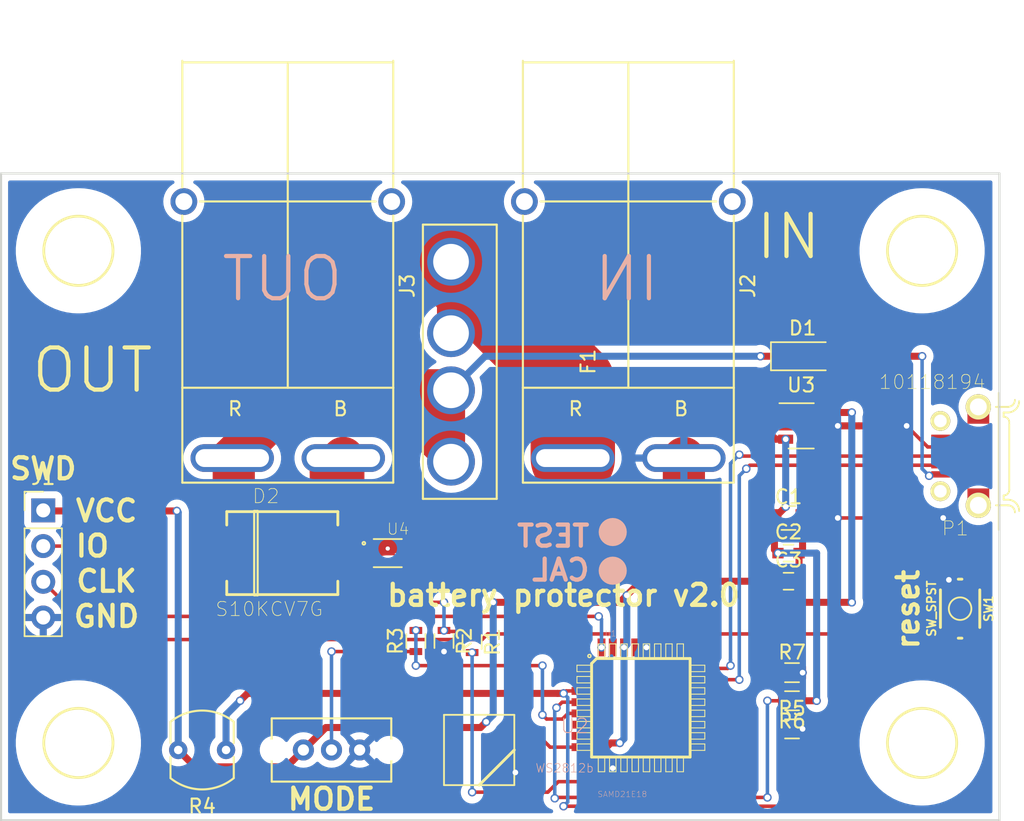
<source format=kicad_pcb>
(kicad_pcb (version 20221018) (generator pcbnew)
  (layers (0 "F.Cu" signal) (31 "B.Cu" signal) (34 "B.Paste" user) (35 "F.Paste" user) (36 "B.SilkS" user "B.Silkscreen") (37 "F.SilkS" user "F.Silkscreen") (38 "B.Mask" user) (39 "F.Mask" user) (44 "Edge.Cuts" user))
  (net 0 "")
  (net 1 "+BATT")
  (net 2 "GND")
  (net 3 "VCC")
  (net 4 "Net-(D1-Pad2)")
  (net 5 "GND_OUT")
  (net 6 "Net-(F1-Pad1)")
  (net 7 "ARM_SWDIO")
  (net 8 "ARM_SWCLK")
  (net 9 "USB_D-")
  (net 10 "USB_D+")
  (net 11 "Net-(P1-Pad5)")
  (net 12 "Net-(R1-Pad1)")
  (net 13 "VOUT_SIGNAL")
  (net 14 "Net-(R3-Pad1)")
  (net 15 "MODE_SW")
  (net 16 "PHOTO")
  (net 17 "VBATT_DIV")
  (net 18 "Net-(SW1-Pad2)")
  (net 19 "Net-(U1-Pad1)")
  (net 20 "Net-(U1-Pad2)")
  (net 21 "Net-(U1-Pad6)")
  (net 22 "Net-(U1-Pad7)")
  (net 23 "LED")
  (net 24 "Net-(U1-Pad12)")
  (net 25 "Net-(U1-Pad13)")
  (net 26 "Net-(U1-Pad14)")
  (net 27 "Net-(U1-Pad15)")
  (net 28 "Net-(U1-Pad16)")
  (net 29 "Net-(U1-Pad17)")
  (net 30 "Net-(U1-Pad18)")
  (net 31 "Net-(U1-Pad19)")
  (net 32 "Net-(U1-Pad20)")
  (net 33 "Net-(U1-Pad21)")
  (net 34 "Net-(U1-Pad22)")
  (net 35 "Net-(U1-Pad25)")
  (net 36 "Net-(U1-Pad27)")
  (net 37 "Net-(U1-Pad29)")
  (net 38 "Net-(U2-Pad2)")
  (net 39 "Net-(U3-Pad4)")
  (footprint "Capacitors_SMD:C_0805" (layer "F.Cu") (at 123 89.5)
    (fp_text reference "C1" (at 0 -1.5) (layer "F.SilkS"))
    (fp_text value "10uF")
    (pad "1" smd rect (at -1 0) (size 1 1.25) (layers "F.Cu" "F.Paste" "F.Mask") (net 1 "+BATT"))
    (pad "2" smd rect (at 1 0) (size 1 1.25) (layers "F.Cu" "F.Paste" "F.Mask") (net 2 "GND"))
  )
  (footprint "Capacitors_SMD:C_0603" (layer "F.Cu") (at 123 92)
    (fp_text reference "C2" (at 0 -1.5) (layer "F.SilkS"))
    (fp_text value "1uF")
    (pad "1" smd rect (at -0.75 0) (size 0.8 0.75) (layers "F.Cu" "F.Paste" "F.Mask") (net 1 "+BATT"))
    (pad "2" smd rect (at 0.75 0) (size 0.8 0.75) (layers "F.Cu" "F.Paste" "F.Mask") (net 2 "GND"))
  )
  (footprint "Capacitors_SMD:C_0603" (layer "F.Cu") (at 123 94)
    (fp_text reference "C3" (at 0 -1.5) (layer "F.SilkS"))
    (fp_text value "1uF")
    (pad "1" smd rect (at -0.75 0) (size 0.8 0.75) (layers "F.Cu" "F.Paste" "F.Mask") (net 3 "VCC"))
    (pad "2" smd rect (at 0.75 0) (size 0.8 0.75) (layers "F.Cu" "F.Paste" "F.Mask") (net 2 "GND"))
  )
  (footprint "Diodes_SMD:D_SOD-123" (layer "F.Cu") (at 124 78)
    (fp_text reference "D1" (at 0 -2) (layer "F.SilkS"))
    (fp_text value "BAT54GWJ")
    (pad "1" smd rect (at -1.65 0) (size 0.9 1.2) (layers "F.Cu" "F.Paste" "F.Mask") (net 1 "+BATT"))
    (pad "2" smd rect (at 1.65 0) (size 0.9 1.2) (layers "F.Cu" "F.Paste" "F.Mask") (net 4 "Net-(D1-Pad2)"))
  )
  (footprint "homebrew:DIODE-DO-214AB" (layer "F.Cu") (at 87 92)
    (fp_text reference "D2" (at -1.16397 -4.04886) (layer "F.SilkS") (effects (font (size 1.00344 1.00344) (thickness 0.05))))
    (fp_text value "S10KCV7G" (at -0.928783 3.98121) (layer "F.SilkS") (effects (font (size 1.00409 1.00409) (thickness 0.05))))
    (pad "1" smd rect (at -3.45 0) (size 2.25 3.2) (layers "F.Cu" "F.Paste" "F.Mask") (net 1 "+BATT"))
    (pad "2" smd rect (at 3.45 0) (size 2.25 3.2) (layers "F.Cu" "F.Paste" "F.Mask") (net 5 "GND_OUT"))
  )
  (footprint "homebrew:FUSEHOLDER_ATC_Bk-6010" (layer "F.Cu") (at 99 78.39 -90)
    (fp_text reference "F1" (at 0 -9.75 270) (layer "F.SilkS"))
    (fp_text value "BK-6010" hide)
    (pad "1" thru_hole circle (at -7.11 0 270) (size 3.4 3.4) (drill 2.54) (layers "*.Cu" "*.Mask") (net 6 "Net-(F1-Pad1)"))
    (pad "1" thru_hole circle (at -2.03 0 270) (size 3.4 3.4) (drill 2.54) (layers "*.Cu" "*.Mask") (net 6 "Net-(F1-Pad1)"))
    (pad "2" thru_hole circle (at 2.03 0 270) (size 3.4 3.4) (drill 2.54) (layers "*.Cu" "*.Mask") (net 1 "+BATT"))
    (pad "2" thru_hole circle (at 7.11 0 270) (size 3.4 3.4) (drill 2.54) (layers "*.Cu" "*.Mask") (net 1 "+BATT"))
  )
  (footprint "homebrew:HOLE_M4" (layer "F.Cu") (at 72.5 105.5)
    (fp_text reference "H1" hide)
    (fp_text value "HOLE" hide)
    (pad "" np_thru_hole circle (at 0 0) (size 4.5 4.5) (drill 4.5) (layers "*.Cu" "*.Mask") (clearance 2.2))
  )
  (footprint "homebrew:HOLE_M4" (layer "F.Cu") (at 72.5 70.5)
    (fp_text reference "H2" hide)
    (fp_text value "HOLE" hide)
    (pad "" np_thru_hole circle (at 0 0) (size 4.5 4.5) (drill 4.5) (layers "*.Cu" "*.Mask") (clearance 2.2))
  )
  (footprint "homebrew:HOLE_M4" (layer "F.Cu") (at 132.5 70.5)
    (fp_text reference "H3" hide)
    (fp_text value "HOLE" hide)
    (pad "" np_thru_hole circle (at 0 0) (size 4.5 4.5) (drill 4.5) (layers "*.Cu" "*.Mask") (clearance 2.2))
  )
  (footprint "homebrew:HOLE_M4" (layer "F.Cu") (at 132.5 105.5)
    (fp_text reference "H4" hide)
    (fp_text value "HOLE" hide)
    (pad "" np_thru_hole circle (at 0 0) (size 4.5 4.5) (drill 4.5) (layers "*.Cu" "*.Mask") (clearance 2.2))
  )
  (footprint "Pin_Headers:Pin_Header_Straight_1x04_Pitch2.54mm" (layer "F.Cu") (at 70 88.96)
    (fp_text reference "J1" (at 0 -2.33) (layer "F.SilkS"))
    (fp_text value "Conn_01x04" hide)
    (pad "1" thru_hole rect (at 0 0) (size 1.7 1.7) (drill 1) (layers "*.Cu" "*.Mask") (net 3 "VCC"))
    (pad "2" thru_hole oval (at 0 2.54) (size 1.7 1.7) (drill 1) (layers "*.Cu" "*.Mask") (net 7 "ARM_SWDIO"))
    (pad "3" thru_hole oval (at 0 5.08) (size 1.7 1.7) (drill 1) (layers "*.Cu" "*.Mask") (net 8 "ARM_SWCLK"))
    (pad "4" thru_hole oval (at 0 7.62) (size 1.7 1.7) (drill 1) (layers "*.Cu" "*.Mask") (net 2 "GND"))
  )
  (footprint "homebrew:Anderson_1337G3_right_angle_bottom_two" (layer "F.Cu") (at 111.61 85.24)
    (fp_text reference "J2" (at 8.5 -12.25 90) (layer "F.SilkS"))
    (fp_text value "Anderson_two_redblack" hide)
    (fp_text user "B" (at 3.75 -3.5) (layer "F.SilkS"))
    (fp_text user "R" (at -3.75 -3.5) (layer "F.SilkS"))
    (pad "" thru_hole circle (at -7.39 -18.24) (size 1.9 1.9) (drill 1.2) (layers "*.Cu" "*.Mask"))
    (pad "" thru_hole circle (at 7.39 -18.24) (size 1.9 1.9) (drill 1.2) (layers "*.Cu" "*.Mask"))
    (pad "1" thru_hole oval (at -3.95 0) (size 5.93 1.97) (drill oval 5.23 1.27) (layers "*.Cu" "*.Mask") (net 6 "Net-(F1-Pad1)"))
    (pad "2" thru_hole oval (at 3.95 0) (size 5.93 1.97) (drill oval 5.23 1.27) (layers "*.Cu" "*.Mask") (net 2 "GND"))
  )
  (footprint "homebrew:Anderson_1337G3_right_angle_bottom_two" (layer "F.Cu") (at 87.39 85.24)
    (fp_text reference "J3" (at 8.5 -12.25 90) (layer "F.SilkS"))
    (fp_text value "Anderson_two_redblack" hide)
    (fp_text user "R" (at -3.75 -3.5) (layer "F.SilkS"))
    (fp_text user "B" (at 3.75 -3.5) (layer "F.SilkS"))
    (pad "" thru_hole circle (at -7.39 -18.24) (size 1.9 1.9) (drill 1.2) (layers "*.Cu" "*.Mask"))
    (pad "" thru_hole circle (at 7.39 -18.24) (size 1.9 1.9) (drill 1.2) (layers "*.Cu" "*.Mask"))
    (pad "1" thru_hole oval (at -3.95 0) (size 5.93 1.97) (drill oval 5.23 1.27) (layers "*.Cu" "*.Mask") (net 1 "+BATT"))
    (pad "2" thru_hole oval (at 3.95 0) (size 5.93 1.97) (drill oval 5.23 1.27) (layers "*.Cu" "*.Mask") (net 5 "GND_OUT"))
  )
  (footprint "10118194-0001LF:FRAMATOME_10118194-0001LF" (layer "F.Cu") (at 136.5 85.1 90)
    (fp_text reference "P1" (at -5.14371 -1.64279 180) (layer "F.SilkS") (effects (font (size 1.0017 1.0017) (thickness 0.05))))
    (fp_text value "10118194" (at 5.26804 -3.27689 180) (layer "F.SilkS") (effects (font (size 1.00058 1.00058) (thickness 0.05))))
    (pad "1" smd rect (at -1.3 -2.675 270) (size 0.45 1.35) (layers "F.Cu" "F.Paste" "F.Mask") (net 4 "Net-(D1-Pad2)"))
    (pad "2" smd rect (at -0.65 -2.675 270) (size 0.45 1.35) (layers "F.Cu" "F.Paste" "F.Mask") (net 9 "USB_D-"))
    (pad "3" smd rect (at 0 -2.675 270) (size 0.45 1.35) (layers "F.Cu" "F.Paste" "F.Mask") (net 10 "USB_D+"))
    (pad "4" smd rect (at 0.65 -2.675 270) (size 0.45 1.35) (layers "F.Cu" "F.Paste" "F.Mask") (net 2 "GND"))
    (pad "5" smd rect (at 1.3 -2.675 270) (size 0.45 1.35) (layers "F.Cu" "F.Paste" "F.Mask") (net 11 "Net-(P1-Pad5)"))
    (pad "P$6" thru_hole circle (at -2.5 -2.7 90) (size 1.408 1.408) (drill 0.9) (layers "*.Cu" "*.Mask" "F.SilkS"))
    (pad "P$7" thru_hole circle (at 2.5 -2.7 90) (size 1.408 1.408) (drill 0.9) (layers "*.Cu" "*.Mask" "F.SilkS"))
    (pad "P$8" thru_hole circle (at -3.5 0 90) (size 1.8 1.8) (drill 1.2) (layers "*.Cu" "*.Mask" "F.SilkS"))
    (pad "P$9" thru_hole circle (at 3.5 0 90) (size 1.8 1.8) (drill 1.2) (layers "*.Cu" "*.Mask" "F.SilkS"))
    (pad "P$10" smd rect (at -1 0 90) (size 1.5 1.55) (layers "F.Cu" "F.Paste" "F.Mask"))
    (pad "P$11" smd rect (at 1 0 90) (size 1.5 1.55) (layers "F.Cu" "F.Paste" "F.Mask"))
    (pad "P$12" smd rect (at -3.05 0 90) (size 1.5 1.55) (layers "F.Cu" "F.Paste" "F.Mask"))
    (pad "P$13" smd rect (at 3.05 0 90) (size 1.5 1.55) (layers "F.Cu" "F.Paste" "F.Mask"))
  )
  (footprint "Resistors_SMD:R_0603" (layer "F.Cu") (at 100.5 98.321429 -90)
    (fp_text reference "R1" (at 0 -1.45 270) (layer "F.SilkS"))
    (fp_text value "470")
    (pad "1" smd rect (at -0.75 0 270) (size 0.5 0.9) (layers "F.Cu" "F.Paste" "F.Mask") (net 12 "Net-(R1-Pad1)"))
    (pad "2" smd rect (at 0.75 0 270) (size 0.5 0.9) (layers "F.Cu" "F.Paste" "F.Mask") (net 13 "VOUT_SIGNAL"))
  )
  (footprint "Resistors_SMD:R_0603" (layer "F.Cu") (at 98.5 98.25 -90)
    (fp_text reference "R2" (at 0 -1.45 270) (layer "F.SilkS"))
    (fp_text value "10k")
    (pad "1" smd rect (at -0.75 0 270) (size 0.5 0.9) (layers "F.Cu" "F.Paste" "F.Mask") (net 12 "Net-(R1-Pad1)"))
    (pad "2" smd rect (at 0.75 0 270) (size 0.5 0.9) (layers "F.Cu" "F.Paste" "F.Mask") (net 2 "GND"))
  )
  (footprint "Resistors_SMD:R_0603" (layer "F.Cu") (at 96.5 98.25 90)
    (fp_text reference "R3" (at 0 -1.45 90) (layer "F.SilkS"))
    (fp_text value "10k")
    (pad "1" smd rect (at -0.75 0 90) (size 0.5 0.9) (layers "F.Cu" "F.Paste" "F.Mask") (net 14 "Net-(R3-Pad1)"))
    (pad "2" smd rect (at 0.75 0 90) (size 0.5 0.9) (layers "F.Cu" "F.Paste" "F.Mask") (net 15 "MODE_SW"))
  )
  (footprint "homebrew:R_PHOTO" (layer "F.Cu") (at 81.3 106)
    (fp_text reference "R4" (at 0 4) (layer "F.SilkS"))
    (fp_text value "R_PHOTO")
    (pad "1" thru_hole circle (at -1.7 0) (size 1.3 1.3) (drill 0.6) (layers "*.Cu" "*.Mask") (net 3 "VCC"))
    (pad "2" thru_hole circle (at 1.7 0) (size 1.3 1.3) (drill 0.6) (layers "*.Cu" "*.Mask") (net 16 "PHOTO"))
  )
  (footprint "Resistors_SMD:R_0603" (layer "F.Cu") (at 123.25 104.5)
    (fp_text reference "R5" (at 0 -1.45) (layer "F.SilkS"))
    (fp_text value "16k")
    (pad "1" smd rect (at -0.75 0) (size 0.5 0.9) (layers "F.Cu" "F.Paste" "F.Mask") (net 16 "PHOTO"))
    (pad "2" smd rect (at 0.75 0) (size 0.5 0.9) (layers "F.Cu" "F.Paste" "F.Mask") (net 2 "GND"))
  )
  (footprint "Resistors_SMD:R_0603" (layer "F.Cu") (at 123.25 102.5 180)
    (fp_text reference "R6" (at 0 -1.45 180) (layer "F.SilkS"))
    (fp_text value "33k")
    (pad "1" smd rect (at -0.75 0 180) (size 0.5 0.9) (layers "F.Cu" "F.Paste" "F.Mask") (net 1 "+BATT"))
    (pad "2" smd rect (at 0.75 0 180) (size 0.5 0.9) (layers "F.Cu" "F.Paste" "F.Mask") (net 17 "VBATT_DIV"))
  )
  (footprint "Resistors_SMD:R_0603" (layer "F.Cu") (at 123.25 100.5)
    (fp_text reference "R7" (at 0 -1.45) (layer "F.SilkS"))
    (fp_text value "10k")
    (pad "1" smd rect (at -0.75 0) (size 0.5 0.9) (layers "F.Cu" "F.Paste" "F.Mask") (net 17 "VBATT_DIV"))
    (pad "2" smd rect (at 0.75 0) (size 0.5 0.9) (layers "F.Cu" "F.Paste" "F.Mask") (net 2 "GND"))
  )
  (footprint "Sparkfun-Switches:TACTILE_SWITCH_SMD_4.6X2.8MM" (layer "F.Cu") (at 135.20244 95.95022 -90)
    (fp_text reference "SW1" (at 0 -2.032 270) (layer "F.SilkS") (effects (font (size 0.6096 0.6096) (thickness 0.127))))
    (fp_text value "SW_SPST" (at 0 2.032 270) (layer "F.SilkS") (effects (font (size 0.6096 0.6096) (thickness 0.127))))
    (pad "1" smd rect (at -2.04978 0.79756 270) (size 0.89916 0.99822) (layers "F.Cu" "F.Paste" "F.Mask") (net 2 "GND"))
    (pad "2" smd rect (at 2.04978 0.79756 270) (size 0.89916 0.99822) (layers "F.Cu" "F.Paste" "F.Mask") (net 18 "Net-(SW1-Pad2)"))
    (pad "3" smd rect (at 2.04978 -0.79756 270) (size 0.89916 0.99822) (layers "F.Cu" "F.Paste" "F.Mask"))
    (pad "4" smd rect (at -2.04978 -0.79756 270) (size 0.89916 0.99822) (layers "F.Cu" "F.Paste" "F.Mask"))
  )
  (footprint "homebrew:SW_2POS_OS102011MS2QN1" (layer "F.Cu") (at 90.5 106)
    (fp_text reference "SW2" hide)
    (fp_text value "OS102011MS2QN1" hide)
    (pad "" np_thru_hole circle (at -4.1 0) (size 1.5 1.5) (drill 1.5) (layers "*.Cu" "*.Mask"))
    (pad "" np_thru_hole circle (at 4.1 0) (size 1.5 1.5) (drill 1.5) (layers "*.Cu" "*.Mask"))
    (pad "1" thru_hole circle (at -2 0) (size 1.5 1.5) (drill 0.8) (layers "*.Cu" "*.Mask") (net 3 "VCC"))
    (pad "2" thru_hole circle (at 0 0) (size 1.5 1.5) (drill 0.8) (layers "*.Cu" "*.Mask") (net 14 "Net-(R3-Pad1)"))
    (pad "3" thru_hole circle (at 2 0) (size 1.5 1.5) (drill 0.8) (layers "*.Cu" "*.Mask") (net 2 "GND"))
  )
  (footprint "homebrew:TQFP32-08" (layer "F.Cu") (at 112.5 103)
    (fp_text reference "U1" (at -2.159 -5.2832) (layer "B.SilkS") (effects (font (size 0.4064 0.4064) (thickness 0.0254))))
    (fp_text value "SAMD21E18" (at -1.3208 6.1468) (layer "B.SilkS") (effects (font (size 0.4064 0.4064) (thickness 0.0254))))
    (pad "1" smd rect (at -4.2926 -2.79908) (size 1.27 0.5588) (layers "F.Cu" "F.Paste" "F.Mask") (net 19 "Net-(U1-Pad1)"))
    (pad "2" smd rect (at -4.2926 -1.99898) (size 1.27 0.5588) (layers "F.Cu" "F.Paste" "F.Mask") (net 20 "Net-(U1-Pad2)"))
    (pad "3" smd rect (at -4.2926 -1.19888) (size 1.27 0.5588) (layers "F.Cu" "F.Paste" "F.Mask") (net 16 "PHOTO"))
    (pad "4" smd rect (at -4.2926 -0.39878) (size 1.27 0.5588) (layers "F.Cu" "F.Paste" "F.Mask") (net 17 "VBATT_DIV"))
    (pad "5" smd rect (at -4.2926 0.39878) (size 1.27 0.5588) (layers "F.Cu" "F.Paste" "F.Mask") (net 15 "MODE_SW"))
    (pad "6" smd rect (at -4.2926 1.19888) (size 1.27 0.5588) (layers "F.Cu" "F.Paste" "F.Mask") (net 21 "Net-(U1-Pad6)"))
    (pad "7" smd rect (at -4.2926 1.99898) (size 1.27 0.5588) (layers "F.Cu" "F.Paste" "F.Mask") (net 22 "Net-(U1-Pad7)"))
    (pad "8" smd rect (at -4.2926 2.79908) (size 1.27 0.5588) (layers "F.Cu" "F.Paste" "F.Mask") (net 23 "LED"))
    (pad "9" smd rect (at -2.79908 4.2926) (size 0.5588 1.27) (layers "F.Cu" "F.Paste" "F.Mask") (net 3 "VCC"))
    (pad "10" smd rect (at -1.99898 4.2926) (size 0.5588 1.27) (layers "F.Cu" "F.Paste" "F.Mask") (net 2 "GND"))
    (pad "11" smd rect (at -1.19888 4.2926) (size 0.5588 1.27) (layers "F.Cu" "F.Paste" "F.Mask") (net 13 "VOUT_SIGNAL"))
    (pad "12" smd rect (at -0.39878 4.2926) (size 0.5588 1.27) (layers "F.Cu" "F.Paste" "F.Mask") (net 24 "Net-(U1-Pad12)"))
    (pad "13" smd rect (at 0.39878 4.2926) (size 0.5588 1.27) (layers "F.Cu" "F.Paste" "F.Mask") (net 25 "Net-(U1-Pad13)"))
    (pad "14" smd rect (at 1.19888 4.2926) (size 0.5588 1.27) (layers "F.Cu" "F.Paste" "F.Mask") (net 26 "Net-(U1-Pad14)"))
    (pad "15" smd rect (at 1.99898 4.2926) (size 0.5588 1.27) (layers "F.Cu" "F.Paste" "F.Mask") (net 27 "Net-(U1-Pad15)"))
    (pad "16" smd rect (at 2.79908 4.2926) (size 0.5588 1.27) (layers "F.Cu" "F.Paste" "F.Mask") (net 28 "Net-(U1-Pad16)"))
    (pad "17" smd rect (at 4.2926 2.79908) (size 1.27 0.5588) (layers "F.Cu" "F.Paste" "F.Mask") (net 29 "Net-(U1-Pad17)"))
    (pad "18" smd rect (at 4.2926 1.99898) (size 1.27 0.5588) (layers "F.Cu" "F.Paste" "F.Mask") (net 30 "Net-(U1-Pad18)"))
    (pad "19" smd rect (at 4.2926 1.19888) (size 1.27 0.5588) (layers "F.Cu" "F.Paste" "F.Mask") (net 31 "Net-(U1-Pad19)"))
    (pad "20" smd rect (at 4.2926 0.39878) (size 1.27 0.5588) (layers "F.Cu" "F.Paste" "F.Mask") (net 32 "Net-(U1-Pad20)"))
    (pad "21" smd rect (at 4.2926 -0.39878) (size 1.27 0.5588) (layers "F.Cu" "F.Paste" "F.Mask") (net 33 "Net-(U1-Pad21)"))
    (pad "22" smd rect (at 4.2926 -1.19888) (size 1.27 0.5588) (layers "F.Cu" "F.Paste" "F.Mask") (net 34 "Net-(U1-Pad22)"))
    (pad "23" smd rect (at 4.2926 -1.99898) (size 1.27 0.5588) (layers "F.Cu" "F.Paste" "F.Mask") (net 9 "USB_D-"))
    (pad "24" smd rect (at 4.2926 -2.79908) (size 1.27 0.5588) (layers "F.Cu" "F.Paste" "F.Mask") (net 10 "USB_D+"))
    (pad "25" smd rect (at 2.79908 -4.2926) (size 0.5588 1.27) (layers "F.Cu" "F.Paste" "F.Mask") (net 35 "Net-(U1-Pad25)"))
    (pad "26" smd rect (at 1.99898 -4.2926) (size 0.5588 1.27) (layers "F.Cu" "F.Paste" "F.Mask") (net 18 "Net-(SW1-Pad2)"))
    (pad "27" smd rect (at 1.19888 -4.2926) (size 0.5588 1.27) (layers "F.Cu" "F.Paste" "F.Mask") (net 36 "Net-(U1-Pad27)"))
    (pad "28" smd rect (at 0.39878 -4.2926) (size 0.5588 1.27) (layers "F.Cu" "F.Paste" "F.Mask") (net 2 "GND"))
    (pad "29" smd rect (at -0.39878 -4.2926) (size 0.5588 1.27) (layers "F.Cu" "F.Paste" "F.Mask") (net 37 "Net-(U1-Pad29)"))
    (pad "30" smd rect (at -1.19888 -4.2926) (size 0.5588 1.27) (layers "F.Cu" "F.Paste" "F.Mask") (net 3 "VCC"))
    (pad "31" smd rect (at -1.99898 -4.2926) (size 0.5588 1.27) (layers "F.Cu" "F.Paste" "F.Mask") (net 8 "ARM_SWCLK"))
    (pad "32" smd rect (at -2.79908 -4.2926) (size 0.5588 1.27) (layers "F.Cu" "F.Paste" "F.Mask") (net 7 "ARM_SWDIO"))
  )
  (footprint "homebrew:WS2812B" (layer "F.Cu") (at 101 106)
    (fp_text reference "U2" (at 6.79196 -1.70688) (layer "B.SilkS") (effects (font (size 1.016 1.016) (thickness 0.0762))))
    (fp_text value "WS2812b" (at 6.08076 1.29286) (layer "B.SilkS") (effects (font (size 0.6096 0.6096) (thickness 0.0508))))
    (pad "1" smd rect (at -2.57556 -1.59766) (size 1.651 0.99822) (layers "F.Cu" "F.Paste" "F.Mask") (net 3 "VCC"))
    (pad "2" smd rect (at -2.57556 1.59766) (size 1.651 0.99822) (layers "F.Cu" "F.Paste" "F.Mask") (net 38 "Net-(U2-Pad2)"))
    (pad "3" smd rect (at 2.57556 1.59766) (size 1.651 0.99822) (layers "F.Cu" "F.Paste" "F.Mask") (net 2 "GND"))
    (pad "4" smd rect (at 2.57556 -1.59766) (size 1.651 0.99822) (layers "F.Cu" "F.Paste" "F.Mask") (net 23 "LED"))
  )
  (footprint "TO_SOT_Packages_SMD:SOT-23-5" (layer "F.Cu") (at 123.9 82.95)
    (fp_text reference "U3" (at 0 -2.9) (layer "F.SilkS"))
    (fp_text value "MIC5203")
    (pad "1" smd rect (at -1.1 -0.95) (size 1.06 0.65) (layers "F.Cu" "F.Paste" "F.Mask") (net 1 "+BATT"))
    (pad "2" smd rect (at -1.1 0) (size 1.06 0.65) (layers "F.Cu" "F.Paste" "F.Mask") (net 2 "GND"))
    (pad "3" smd rect (at -1.1 0.95) (size 1.06 0.65) (layers "F.Cu" "F.Paste" "F.Mask") (net 1 "+BATT"))
    (pad "4" smd rect (at 1.1 0.95) (size 1.06 0.65) (layers "F.Cu" "F.Paste" "F.Mask") (net 39 "Net-(U3-Pad4)"))
    (pad "5" smd rect (at 1.1 -0.95) (size 1.06 0.65) (layers "F.Cu" "F.Paste" "F.Mask") (net 3 "VCC"))
  )
  (footprint "homebrew:TRANS_CSD17318Q2T" (layer "F.Cu") (at 94.5 92)
    (fp_text reference "U4" (at 0.733794 -1.71218) (layer "F.SilkS") (effects (font (size 0.801956 0.801956) (thickness 0.05))))
    (fp_text value "MOSFET_CSD17318Q2" hide)
    (pad "1" smd rect (at 0.095 0.65) (size 0.75 0.3) (layers "F.Cu" "F.Paste" "F.Mask") (net 2 "GND"))
    (pad "1" smd rect (at 0.975 0.65 180) (size 0.45 0.3) (layers "F.Cu" "F.Paste" "F.Mask") (net 2 "GND"))
    (pad "2" smd rect (at -0.975 0.65) (size 0.45 0.3) (layers "F.Cu" "F.Paste" "F.Mask") (net 12 "Net-(R1-Pad1)"))
    (pad "3" smd rect (at -0.975 -0.65) (size 0.45 0.3) (layers "F.Cu" "F.Paste" "F.Mask") (net 5 "GND_OUT"))
    (pad "3" smd rect (at -0.975 0) (size 0.45 0.3) (layers "F.Cu" "F.Paste" "F.Mask") (net 5 "GND_OUT"))
    (pad "3" thru_hole circle (at 0 -0.325) (size 0.3 0.3) (drill 0.3) (layers "*.Cu") (net 5 "GND_OUT"))
    (pad "3" smd rect (at 0 -0.325) (size 1 0.95) (layers "F.Cu" "F.Paste" "F.Mask") (net 5 "GND_OUT"))
    (pad "3" smd rect (at 0 -0.325) (size 1 0.95) (layers "F.Cu" "F.Paste" "F.Mask") (net 5 "GND_OUT"))
    (pad "3" smd rect (at 0.975 -0.65 180) (size 0.45 0.3) (layers "F.Cu" "F.Paste" "F.Mask") (net 5 "GND_OUT"))
    (pad "3" smd rect (at 0.975 0 180) (size 0.45 0.3) (layers "F.Cu" "F.Paste" "F.Mask") (net 5 "GND_OUT"))
  )
  (gr_circle (center 110.5 93.25) (end 111 93.25) (stroke (width 1)) (fill none) (layer "B.SilkS"))
  (gr_circle (center 110.5 90.5) (end 111 90.5) (stroke (width 1)) (fill none) (layer "B.SilkS"))
  (gr_line (start 67 65) (end 67 111) (stroke (width 0.15)) (layer "Edge.Cuts"))
  (gr_line (start 138 111) (end 67 111) (stroke (width 0.15)) (layer "Edge.Cuts"))
  (gr_line (start 138 65) (end 138 111) (stroke (width 0.15)) (layer "Edge.Cuts"))
  (gr_line (start 67 65) (end 138 65) (stroke (width 0.15)) (layer "Edge.Cuts"))
  (gr_text "OUT" (at 87 72.5) (layer "B.SilkS") (effects (font (size 3 3) (thickness 0.3)) (justify mirror)))
  (gr_text "TEST\nCAL" (at 109 92) (layer "B.SilkS") (effects (font (size 1.5 1.5) (thickness 0.3)) (justify left mirror)))
  (gr_text "IN" (at 111.5 72.5) (layer "B.SilkS") (effects (font (size 3 3) (thickness 0.3)) (justify mirror)))
  (gr_text "GND" (at 74.5 96.5) (layer "F.SilkS") (effects (font (size 1.5 1.5) (thickness 0.3))))
  (gr_text "battery protector v2.0" (at 107 95) (layer "F.SilkS") (effects (font (size 1.5 1.5) (thickness 0.3))))
  (gr_text "VCC" (at 74.5 89) (layer "F.SilkS") (effects (font (size 1.5 1.5) (thickness 0.3))))
  (gr_text "SWD" (at 70 86) (layer "F.SilkS") (effects (font (size 1.5 1.5) (thickness 0.3))))
  (gr_text "reset" (at 131.5 96 90) (layer "F.SilkS") (effects (font (size 1.5 1.5) (thickness 0.3))))
  (gr_text "IN" (at 123 69.5) (layer "F.SilkS") (effects (font (size 3 3) (thickness 0.3))))
  (gr_text "CLK" (at 74.5 94) (layer "F.SilkS") (effects (font (size 1.5 1.5) (thickness 0.3))))
  (gr_text "IO" (at 73.5 91.5) (layer "F.SilkS") (effects (font (size 1.5 1.5) (thickness 0.3))))
  (gr_text "OUT" (at 73.5 79) (layer "F.SilkS") (effects (font (size 3 3) (thickness 0.3))))
  (gr_text "MODE" (at 90.5 109.5) (layer "F.SilkS") (effects (font (size 1.5 1.5) (thickness 0.3))))
  (segment (start 122.8 88.7) (end 122 89.5) (width 0.5) (layer "F.Cu") (net 1))
  (segment (start 122.8 83.9) (end 122.084998 83.9) (width 0.5) (layer "F.Cu") (net 1))
  (segment (start 125 102.5) (end 124 102.5) (width 0.5) (layer "F.Cu") (net 1))
  (segment (start 122.35 78) (end 122.35 81.55) (width 0.5) (layer "F.Cu") (net 1))
  (segment (start 93.92 80.42) (end 92.5 80.42) (width 2) (layer "F.Cu") (net 1))
  (segment (start 122.35 78) (end 121 78) (width 0.5) (layer "F.Cu") (net 1))
  (segment (start 99 85.5) (end 99 80.42) (width 2) (layer "F.Cu") (net 1))
  (segment (start 121.819999 82.264999) (end 122.084998 82) (width 0.5) (layer "F.Cu") (net 1))
  (segment (start 122 89.5) (end 122 91.75) (width 0.5) (layer "F.Cu") (net 1))
  (segment (start 83.55 85.35) (end 83.44 85.24) (width 3) (layer "F.Cu") (net 1))
  (segment (start 97.300001 83.800001) (end 97.300001 81.220001) (width 2) (layer "F.Cu") (net 1))
  (segment (start 122 91.75) (end 122.25 92) (width 0.5) (layer "F.Cu") (net 1))
  (segment (start 99 85.5) (end 97.300001 83.800001) (width 2) (layer "F.Cu") (net 1))
  (segment (start 88.26 80.42) (end 83.44 85.24) (width 3) (layer "F.Cu") (net 1))
  (segment (start 122.084998 83.9) (end 121.819999 83.635001) (width 0.5) (layer "F.Cu") (net 1))
  (segment (start 96.5 80.42) (end 92.5 80.42) (width 3) (layer "F.Cu") (net 1))
  (segment (start 99 80.42) (end 96.5 80.42) (width 3) (layer "F.Cu") (net 1))
  (segment (start 83.55 92) (end 83.55 85.35) (width 3) (layer "F.Cu") (net 1))
  (segment (start 122.35 81.55) (end 122.8 82) (width 0.5) (layer "F.Cu") (net 1))
  (segment (start 92.5 80.42) (end 88.26 80.42) (width 3) (layer "F.Cu") (net 1))
  (segment (start 122.084998 82) (end 122.8 82) (width 0.5) (layer "F.Cu") (net 1))
  (segment (start 121.819999 83.635001) (end 121.819999 82.264999) (width 0.5) (layer "F.Cu") (net 1))
  (segment (start 97.300001 81.220001) (end 96.5 80.42) (width 2) (layer "F.Cu") (net 1))
  (segment (start 99 85.5) (end 93.92 80.42) (width 2) (layer "F.Cu") (net 1))
  (via (at 121 78) (size 0.6) (drill 0.4) (layers "F.Cu" "B.Cu") (net 1))
  (via (at 122.25 92) (size 0.6) (drill 0.4) (layers "F.Cu" "B.Cu") (net 1))
  (via (at 125 102.5) (size 0.6) (drill 0.4) (layers "F.Cu" "B.Cu") (net 1))
  (via (at 122.8 88.7) (size 0.6) (drill 0.4) (layers "F.Cu" "B.Cu") (net 1))
  (via (at 122.8 83.9) (size 0.6) (drill 0.4) (layers "F.Cu" "B.Cu") (net 1))
  (segment (start 125 92) (end 125 102.5) (width 0.5) (layer "B.Cu") (net 1))
  (segment (start 122.8 83.9) (end 122.8 88.7) (width 0.5) (layer "B.Cu") (net 1))
  (segment (start 121 78) (end 101.42 78) (width 0.5) (layer "B.Cu") (net 1))
  (segment (start 122.25 92) (end 125 92) (width 0.5) (layer "B.Cu") (net 1))
  (segment (start 101.42 78) (end 99 80.42) (width 0.5) (layer "B.Cu") (net 1))
  (segment (start 131.4 82.95) (end 128 82.95) (width 0.5) (layer "F.Cu") (net 2))
  (segment (start 115.56 85.24) (end 115.56 88.182268) (width 3) (layer "F.Cu") (net 2))
  (segment (start 126.5 89.5) (end 134 89.5) (width 0.25) (layer "F.Cu") (net 2))
  (segment (start 123.75 92) (end 123.75 94) (width 0.5) (layer "F.Cu") (net 2))
  (segment (start 126.5 89.5) (end 124 89.5) (width 0.5) (layer "F.Cu") (net 2))
  (segment (start 111.242268 92.5) (end 98 92.5) (width 3) (layer "F.Cu") (net 2))
  (segment (start 115.56 88.182268) (end 111.242268 92.5) (width 3) (layer "F.Cu") (net 2))
  (segment (start 96.8 93.5) (end 97 93.5) (width 0.25) (layer "F.Cu") (net 2))
  (segment (start 128 82.95) (end 126.5 82.95) (width 0.5) (layer "F.Cu") (net 2))
  (segment (start 95.5 93) (end 96.5 93) (width 0.5) (layer "F.Cu") (net 2))
  (segment (start 98 92.5) (end 97 93.5) (width 2) (layer "F.Cu") (net 2))
  (segment (start 95.65 92.65) (end 96 93) (width 0.5) (layer "F.Cu") (net 2))
  (segment (start 133.825 84.45) (end 132.9 84.45) (width 0.25) (layer "F.Cu") (net 2))
  (segment (start 95.475 92.65) (end 95.95 92.65) (width 0.25) (layer "F.Cu") (net 2))
  (segment (start 97.85 92.65) (end 98 92.5) (width 0.5) (layer "F.Cu") (net 2))
  (segment (start 124 89.5) (end 124 91.75) (width 0.5) (layer "F.Cu") (net 2))
  (segment (start 126.5 82.95) (end 123.58 82.95) (width 0.5) (layer "F.Cu") (net 2))
  (segment (start 132.9 84.45) (end 131.4 82.95) (width 0.25) (layer "F.Cu") (net 2))
  (segment (start 96 93) (end 95.5 93) (width 0.5) (layer "F.Cu") (net 2))
  (segment (start 124 91.75) (end 123.75 92) (width 0.5) (layer "F.Cu") (net 2))
  (segment (start 95.95 92.65) (end 96.8 93.5) (width 0.25) (layer "F.Cu") (net 2))
  (segment (start 97 93.5) (end 95 93.5) (width 2) (layer "F.Cu") (net 2))
  (segment (start 123.58 82.95) (end 122.8 82.95) (width 0.5) (layer "F.Cu") (net 2))
  (segment (start 94.595 92.65) (end 97.85 92.65) (width 0.5) (layer "F.Cu") (net 2))
  (segment (start 95.475 92.65) (end 95.65 92.65) (width 0.5) (layer "F.Cu") (net 2))
  (via (at 124 104.5) (size 0.6) (drill 0.4) (layers "F.Cu" "B.Cu") (net 2))
  (via (at 134 89.5) (size 0.6) (drill 0.4) (layers "F.Cu" "B.Cu") (net 2))
  (via (at 112.89878 98.7074) (size 0.6) (drill 0.4) (layers "F.Cu" "B.Cu") (net 2))
  (via (at 124 100.5) (size 0.6) (drill 0.4) (layers "F.Cu" "B.Cu") (net 2))
  (via (at 131.4 82.95) (size 0.6) (drill 0.4) (layers "F.Cu" "B.Cu") (net 2))
  (via (at 103.57556 107.59766) (size 0.6) (drill 0.4) (layers "F.Cu" "B.Cu") (net 2))
  (via (at 110.50102 107.2926) (size 0.6) (drill 0.4) (layers "F.Cu" "B.Cu") (net 2))
  (via (at 126.5 89.5) (size 0.6) (drill 0.4) (layers "F.Cu" "B.Cu") (net 2))
  (via (at 134.40488 93.90044) (size 0.6) (drill 0.4) (layers "F.Cu" "B.Cu") (net 2))
  (via (at 98.5 99) (size 0.6) (drill 0.4) (layers "F.Cu" "B.Cu") (net 2))
  (via (at 126.5 82.95) (size 0.6) (drill 0.4) (layers "F.Cu" "B.Cu") (net 2))
  (segment (start 126.5 82.95) (end 126.5 89.5) (width 0.5) (layer "B.Cu") (net 2))
  (segment (start 134 93.49556) (end 134.40488 93.90044) (width 0.25) (layer "B.Cu") (net 2))
  (segment (start 134 89.5) (end 134 93.49556) (width 0.25) (layer "B.Cu") (net 2))
  (segment (start 111 105.5) (end 110.35852 105.5) (width 0.5) (layer "F.Cu") (net 3))
  (segment (start 87.750001 106.749999) (end 88.5 106) (width 0.5) (layer "F.Cu") (net 3))
  (segment (start 80.800001 107.200001) (end 87.299999 107.200001) (width 0.5) (layer "F.Cu") (net 3))
  (segment (start 109.70092 106.1576) (end 109.70092 107.2926) (width 0.5) (layer "F.Cu") (net 3))
  (segment (start 102 95.5) (end 111 95.5) (width 0.5) (layer "F.Cu") (net 3))
  (segment (start 111 95.5) (end 111.5 95) (width 0.5) (layer "F.Cu") (net 3))
  (segment (start 112.5 94) (end 111.5 95) (width 0.5) (layer "F.Cu") (net 3))
  (segment (start 79.6 106) (end 80.800001 107.200001) (width 0.5) (layer "F.Cu") (net 3))
  (segment (start 87.299999 107.200001) (end 87.750001 106.749999) (width 0.5) (layer "F.Cu") (net 3))
  (segment (start 88.5 106) (end 90.09766 104.40234) (width 0.5) (layer "F.Cu") (net 3))
  (segment (start 122.25 94) (end 112.5 94) (width 0.5) (layer "F.Cu") (net 3))
  (segment (start 70.04 89) (end 70 88.96) (width 0.5) (layer "F.Cu") (net 3))
  (segment (start 110.35852 105.5) (end 109.70092 106.1576) (width 0.5) (layer "F.Cu") (net 3))
  (segment (start 90.09766 104.40234) (end 98.42444 104.40234) (width 0.5) (layer "F.Cu") (net 3))
  (segment (start 125 82) (end 127.5 82) (width 0.5) (layer "F.Cu") (net 3))
  (segment (start 122.25 94.875) (end 122.25 94) (width 0.5) (layer "F.Cu") (net 3))
  (segment (start 127.5 95.5) (end 122.875 95.5) (width 0.5) (layer "F.Cu") (net 3))
  (segment (start 79.5 89) (end 70.04 89) (width 0.5) (layer "F.Cu") (net 3))
  (segment (start 98.42444 104.40234) (end 101.09766 104.40234) (width 0.5) (layer "F.Cu") (net 3))
  (segment (start 101.09766 104.40234) (end 101.5 104) (width 0.5) (layer "F.Cu") (net 3))
  (segment (start 122.875 95.5) (end 122.25 94.875) (width 0.5) (layer "F.Cu") (net 3))
  (via (at 111 105.5) (size 0.6) (drill 0.4) (layers "F.Cu" "B.Cu") (net 3))
  (via (at 102 95.5) (size 0.6) (drill 0.4) (layers "F.Cu" "B.Cu") (net 3))
  (via (at 127.5 95.5) (size 0.6) (drill 0.4) (layers "F.Cu" "B.Cu") (net 3))
  (via (at 111.5 95) (size 0.6) (drill 0.4) (layers "F.Cu" "B.Cu") (net 3))
  (via (at 127.5 82) (size 0.6) (drill 0.4) (layers "F.Cu" "B.Cu") (net 3))
  (via (at 101.5 104) (size 0.6) (drill 0.4) (layers "F.Cu" "B.Cu") (net 3))
  (via (at 79.5 89) (size 0.6) (drill 0.4) (layers "F.Cu" "B.Cu") (net 3))
  (via (at 111.30112 98.7074) (size 0.6) (drill 0.4) (layers "F.Cu" "B.Cu") (net 3))
  (segment (start 127.5 82) (end 127.5 95.5) (width 0.5) (layer "B.Cu") (net 3))
  (segment (start 111.5 98.50852) (end 111.30112 98.7074) (width 0.5) (layer "B.Cu") (net 3))
  (segment (start 79.6 106) (end 79.6 89.1) (width 0.5) (layer "B.Cu") (net 3))
  (segment (start 111.5 95) (end 111.5 98.50852) (width 0.5) (layer "B.Cu") (net 3))
  (segment (start 111.30112 105.19888) (end 111 105.5) (width 0.5) (layer "B.Cu") (net 3))
  (segment (start 111.30112 98.7074) (end 111.30112 105.19888) (width 0.5) (layer "B.Cu") (net 3))
  (segment (start 79.6 89.1) (end 79.5 89) (width 0.5) (layer "B.Cu") (net 3))
  (segment (start 101.5 104) (end 102 103.5) (width 0.5) (layer "B.Cu") (net 3))
  (segment (start 102 103.5) (end 102 95.5) (width 0.5) (layer "B.Cu") (net 3))
  (segment (start 133.1 86.4) (end 133 86.5) (width 0.25) (layer "F.Cu") (net 4))
  (segment (start 132.5 78) (end 125.65 78) (width 0.5) (layer "F.Cu") (net 4))
  (segment (start 133.825 86.4) (end 133.1 86.4) (width 0.25) (layer "F.Cu") (net 4))
  (via (at 132.5 78) (size 0.6) (drill 0.4) (layers "F.Cu" "B.Cu") (net 4))
  (via (at 133 86.5) (size 0.6) (drill 0.4) (layers "F.Cu" "B.Cu") (net 4))
  (segment (start 133 86.5) (end 132.5 86) (width 0.25) (layer "B.Cu") (net 4))
  (segment (start 132.5 86) (end 132.5 78) (width 0.25) (layer "B.Cu") (net 4))
  (segment (start 92.914999 90.799999) (end 93.624999 90.799999) (width 2) (layer "F.Cu") (net 5))
  (segment (start 91.34 85.24) (end 91.34 89.225) (width 3) (layer "F.Cu") (net 5))
  (segment (start 93.525 92) (end 93.525 90.899998) (width 0.25) (layer "F.Cu") (net 5))
  (segment (start 90.45 92) (end 90.45 86.13) (width 3) (layer "F.Cu") (net 5))
  (segment (start 93.525 91.35) (end 93.525 90.899998) (width 0.25) (layer "F.Cu") (net 5))
  (segment (start 94.5 91.675) (end 93.624999 90.799999) (width 0.25) (layer "F.Cu") (net 5))
  (segment (start 94.465 91.35) (end 94.115 91) (width 0.25) (layer "F.Cu") (net 5))
  (segment (start 94.115 91) (end 95 91) (width 2) (layer "F.Cu") (net 5))
  (segment (start 91.34 88.225) (end 94.115 91) (width 2) (layer "F.Cu") (net 5))
  (segment (start 95.475 91.35) (end 95.475 92) (width 0.25) (layer "F.Cu") (net 5))
  (segment (start 93.624999 90.799999) (end 94.02499 91.19999) (width 2) (layer "F.Cu") (net 5))
  (segment (start 91.34 85.24) (end 91.34 88.225) (width 2) (layer "F.Cu") (net 5))
  (segment (start 91.34 89.225) (end 92.914999 90.799999) (width 3) (layer "F.Cu") (net 5))
  (segment (start 93.525 90.899998) (end 93.624999 90.799999) (width 0.25) (layer "F.Cu") (net 5))
  (segment (start 90.45 86.13) (end 91.34 85.24) (width 3) (layer "F.Cu") (net 5))
  (segment (start 95.475 91.35) (end 94.465 91.35) (width 0.25) (layer "F.Cu") (net 5))
  (segment (start 107.66 85.24) (end 107.66 79.94) (width 6) (layer "F.Cu") (net 6))
  (segment (start 107.66 79.94) (end 99 71.28) (width 6) (layer "F.Cu") (net 6))
  (segment (start 99 76.36) (end 99 71.28) (width 2) (layer "F.Cu") (net 6))
  (segment (start 77 96.5) (end 72 91.5) (width 0.25) (layer "F.Cu") (net 7))
  (segment (start 72 91.5) (end 70 91.5) (width 0.25) (layer "F.Cu") (net 7))
  (segment (start 109.5 96.5) (end 77 96.5) (width 0.25) (layer "F.Cu") (net 7))
  (via (at 109.5 96.5) (size 0.6) (drill 0.4) (layers "F.Cu" "B.Cu") (net 7))
  (via (at 109.70092 98.7074) (size 0.6) (drill 0.4) (layers "F.Cu" "B.Cu") (net 7))
  (segment (start 109.70092 96.70092) (end 109.5 96.5) (width 0.25) (layer "B.Cu") (net 7))
  (segment (start 109.70092 98.7074) (end 109.70092 96.70092) (width 0.25) (layer "B.Cu") (net 7))
  (segment (start 110.426019 97.747399) (end 101.609032 97.747399) (width 0.25) (layer "F.Cu") (net 8))
  (segment (start 101.609032 97.747399) (end 101.210001 98.14643) (width 0.25) (layer "F.Cu") (net 8))
  (segment (start 101.210001 98.14643) (end 74.10643 98.14643) (width 0.25) (layer "F.Cu") (net 8))
  (segment (start 70.849999 94.889999) (end 70 94.04) (width 0.25) (layer "F.Cu") (net 8))
  (segment (start 110.50102 97.8224) (end 110.426019 97.747399) (width 0.25) (layer "F.Cu") (net 8))
  (segment (start 74.10643 98.14643) (end 70.849999 94.889999) (width 0.25) (layer "F.Cu") (net 8))
  (segment (start 110.50102 98.7074) (end 110.50102 97.8224) (width 0.25) (layer "F.Cu") (net 8))
  (segment (start 119.5 101) (end 116.79362 101) (width 0.25) (layer "F.Cu") (net 9))
  (segment (start 116.79362 101) (end 116.7926 101.00102) (width 0.25) (layer "F.Cu") (net 9))
  (segment (start 133.825 85.75) (end 120.25 85.75) (width 0.25) (layer "F.Cu") (net 9))
  (segment (start 120.25 85.75) (end 120 86) (width 0.25) (layer "F.Cu") (net 9))
  (via (at 119.5 101) (size 0.6) (drill 0.4) (layers "F.Cu" "B.Cu") (net 9))
  (via (at 120 86) (size 0.6) (drill 0.4) (layers "F.Cu" "B.Cu") (net 9))
  (segment (start 119.5 86.5) (end 119.5 101) (width 0.25) (layer "B.Cu") (net 9))
  (segment (start 120 86) (end 119.5 86.5) (width 0.25) (layer "B.Cu") (net 9))
  (segment (start 133.825 85.1) (end 119.6 85.1) (width 0.25) (layer "F.Cu") (net 10))
  (segment (start 119.6 85.1) (end 119.5 85) (width 0.25) (layer "F.Cu") (net 10))
  (segment (start 118.67407 100.20092) (end 118.87499 100) (width 0.25) (layer "F.Cu") (net 10))
  (segment (start 116.7926 100.20092) (end 118.67407 100.20092) (width 0.25) (layer "F.Cu") (net 10))
  (via (at 119.5 85) (size 0.6) (drill 0.4) (layers "F.Cu" "B.Cu") (net 10))
  (via (at 118.87499 100) (size 0.6) (drill 0.4) (layers "F.Cu" "B.Cu") (net 10))
  (segment (start 119.5 85) (end 118.87499 85.62501) (width 0.25) (layer "B.Cu") (net 10))
  (segment (start 118.87499 99.575736) (end 118.87499 100) (width 0.25) (layer "B.Cu") (net 10))
  (segment (start 118.87499 85.62501) (end 118.87499 99.575736) (width 0.25) (layer "B.Cu") (net 10))
  (segment (start 93.67499 92.799991) (end 93.525 92.65) (width 0.25) (layer "F.Cu") (net 12))
  (segment (start 100.5 97.571429) (end 98.571429 97.571429) (width 0.25) (layer "F.Cu") (net 12))
  (segment (start 98.5 95.5) (end 95.126153 95.5) (width 0.25) (layer "F.Cu") (net 12))
  (segment (start 98.571429 97.571429) (end 98.5 97.5) (width 0.25) (layer "F.Cu") (net 12))
  (segment (start 95.126153 95.5) (end 93.67499 94.048837) (width 0.25) (layer "F.Cu") (net 12))
  (segment (start 93.67499 94.048837) (end 93.67499 92.799991) (width 0.25) (layer "F.Cu") (net 12))
  (via (at 98.5 95.5) (size 0.6) (drill 0.4) (layers "F.Cu" "B.Cu") (net 12))
  (via (at 98.5 97.5) (size 0.6) (drill 0.4) (layers "F.Cu" "B.Cu") (net 12))
  (segment (start 98.5 97.5) (end 98.5 95.5) (width 0.25) (layer "B.Cu") (net 12))
  (segment (start 100.5 109) (end 105.884294 109) (width 0.25) (layer "F.Cu") (net 13))
  (segment (start 111.105421 107.488299) (end 111.30112 107.2926) (width 0.25) (layer "F.Cu") (net 13))
  (segment (start 111.105421 108.187601) (end 111.105421 107.488299) (width 0.25) (layer "F.Cu") (net 13))
  (segment (start 111.040421 108.252601) (end 111.105421 108.187601) (width 0.25) (layer "F.Cu") (net 13))
  (segment (start 105.884294 109) (end 106.631693 108.252601) (width 0.25) (layer "F.Cu") (net 13))
  (segment (start 106.631693 108.252601) (end 111.040421 108.252601) (width 0.25) (layer "F.Cu") (net 13))
  (via (at 100.5 99.071429) (size 0.6) (drill 0.4) (layers "F.Cu" "B.Cu") (net 13))
  (via (at 100.5 109) (size 0.6) (drill 0.4) (layers "F.Cu" "B.Cu") (net 13))
  (segment (start 100.5 99.071429) (end 100.5 109) (width 0.25) (layer "B.Cu") (net 13))
  (segment (start 90.5 99) (end 96.5 99) (width 0.25) (layer "F.Cu") (net 14))
  (via (at 90.5 99) (size 0.6) (drill 0.4) (layers "F.Cu" "B.Cu") (net 14))
  (segment (start 90.5 106) (end 90.5 99) (width 0.25) (layer "B.Cu") (net 14))
  (segment (start 96.5 100) (end 105.5 100) (width 0.25) (layer "F.Cu") (net 15))
  (segment (start 107.3224 103.39878) (end 108.2074 103.39878) (width 0.25) (layer "F.Cu") (net 15))
  (segment (start 106.921181 103.799999) (end 107.3224 103.39878) (width 0.25) (layer "F.Cu") (net 15))
  (segment (start 105.799999 103.799999) (end 106.921181 103.799999) (width 0.25) (layer "F.Cu") (net 15))
  (segment (start 105.5 103.5) (end 105.799999 103.799999) (width 0.25) (layer "F.Cu") (net 15))
  (via (at 105.5 100) (size 0.6) (drill 0.4) (layers "F.Cu" "B.Cu") (net 15))
  (via (at 96.5 97.5) (size 0.6) (drill 0.4) (layers "F.Cu" "B.Cu") (net 15))
  (via (at 105.5 103.5) (size 0.6) (drill 0.4) (layers "F.Cu" "B.Cu") (net 15))
  (via (at 96.5 100) (size 0.6) (drill 0.4) (layers "F.Cu" "B.Cu") (net 15))
  (segment (start 96.5 97.5) (end 96.5 100) (width 0.25) (layer "B.Cu") (net 15))
  (segment (start 105.5 100) (end 105.5 103.5) (width 0.25) (layer "B.Cu") (net 15))
  (segment (start 108.2074 101.80112) (end 107.177635 101.80112) (width 0.25) (layer "F.Cu") (net 16))
  (segment (start 84.52379 101.97621) (end 106.578281 101.97621) (width 0.5) (layer "F.Cu") (net 16))
  (segment (start 122.5 109.5) (end 122.5 110) (width 0.25) (layer "F.Cu") (net 16))
  (segment (start 122.5 104.5) (end 122.5 109.5) (width 0.25) (layer "F.Cu") (net 16))
  (segment (start 106.578281 101.97621) (end 107.002545 101.97621) (width 0.5) (layer "F.Cu") (net 16))
  (segment (start 122.5 110) (end 107 110) (width 0.25) (layer "F.Cu") (net 16))
  (segment (start 84 102.5) (end 84.52379 101.97621) (width 0.5) (layer "F.Cu") (net 16))
  (segment (start 107.177635 101.80112) (end 107.002545 101.97621) (width 0.25) (layer "F.Cu") (net 16))
  (via (at 107 110) (size 0.6) (drill 0.4) (layers "F.Cu" "B.Cu") (net 16))
  (via (at 107.002545 101.97621) (size 0.6) (drill 0.4) (layers "F.Cu" "B.Cu") (net 16))
  (via (at 84 102.5) (size 0.6) (drill 0.4) (layers "F.Cu" "B.Cu") (net 16))
  (segment (start 107 110) (end 107.299999 109.700001) (width 0.25) (layer "B.Cu") (net 16))
  (segment (start 107.299999 109.700001) (end 107.299999 102.273664) (width 0.25) (layer "B.Cu") (net 16))
  (segment (start 83 103.5) (end 84 102.5) (width 0.5) (layer "B.Cu") (net 16))
  (segment (start 107.299999 102.273664) (end 107.002545 101.97621) (width 0.25) (layer "B.Cu") (net 16))
  (segment (start 83 106) (end 83 103.5) (width 0.5) (layer "B.Cu") (net 16))
  (segment (start 106.434306 109.37499) (end 106.37499 109.434306) (width 0.25) (layer "F.Cu") (net 17))
  (segment (start 106.89878 102.60122) (end 108.2074 102.60122) (width 0.25) (layer "F.Cu") (net 17))
  (segment (start 106.5 103) (end 106.89878 102.60122) (width 0.25) (layer "F.Cu") (net 17))
  (segment (start 122.5 100.5) (end 122.5 102.5) (width 0.25) (layer "F.Cu") (net 17))
  (segment (start 121.5 109.37499) (end 106.434306 109.37499) (width 0.25) (layer "F.Cu") (net 17))
  (segment (start 122.5 102.5) (end 121.5 102.5) (width 0.25) (layer "F.Cu") (net 17))
  (via (at 121.5 109.37499) (size 0.6) (drill 0.4) (layers "F.Cu" "B.Cu") (net 17))
  (via (at 106.37499 109.434306) (size 0.6) (drill 0.4) (layers "F.Cu" "B.Cu") (net 17))
  (via (at 106.5 103) (size 0.6) (drill 0.4) (layers "F.Cu" "B.Cu") (net 17))
  (via (at 121.5 102.5) (size 0.6) (drill 0.4) (layers "F.Cu" "B.Cu") (net 17))
  (segment (start 106.37499 109.434306) (end 106.37499 103.12501) (width 0.25) (layer "B.Cu") (net 17))
  (segment (start 106.37499 103.12501) (end 106.5 103) (width 0.25) (layer "B.Cu") (net 17))
  (segment (start 121.5 102.5) (end 121.5 109.37499) (width 0.25) (layer "B.Cu") (net 17))
  (segment (start 133.403169 97.747399) (end 114.573981 97.747399) (width 0.25) (layer "F.Cu") (net 18))
  (segment (start 114.573981 97.747399) (end 114.49898 97.8224) (width 0.25) (layer "F.Cu") (net 18))
  (segment (start 133.65577 98) (end 133.403169 97.747399) (width 0.25) (layer "F.Cu") (net 18))
  (segment (start 134.40488 98) (end 133.65577 98) (width 0.25) (layer "F.Cu") (net 18))
  (segment (start 114.49898 97.8224) (end 114.49898 98.7074) (width 0.25) (layer "F.Cu") (net 18))
  (segment (start 106.0478 105.79908) (end 107.3224 105.79908) (width 0.25) (layer "F.Cu") (net 23))
  (segment (start 107.3224 105.79908) (end 108.2074 105.79908) (width 0.25) (layer "F.Cu") (net 23))
  (segment (start 104.65106 104.40234) (end 106.0478 105.79908) (width 0.25) (layer "F.Cu") (net 23))
  (segment (start 103.57556 104.40234) (end 104.65106 104.40234) (width 0.25) (layer "F.Cu") (net 23))
  (zone (net 2) (net_name "GND") (layer "B.Cu") (connect_pads (clearance 0.508)) (min_thickness 0.254) (fill yes (thermal_gap 0.508) (thermal_bridge_width 0.508))
    (polygon (pts (xy 67.5 65.5) (xy 137.5 65.5) (xy 137.5 110.5) (xy 67.5 110.5)))
  )
)
</source>
